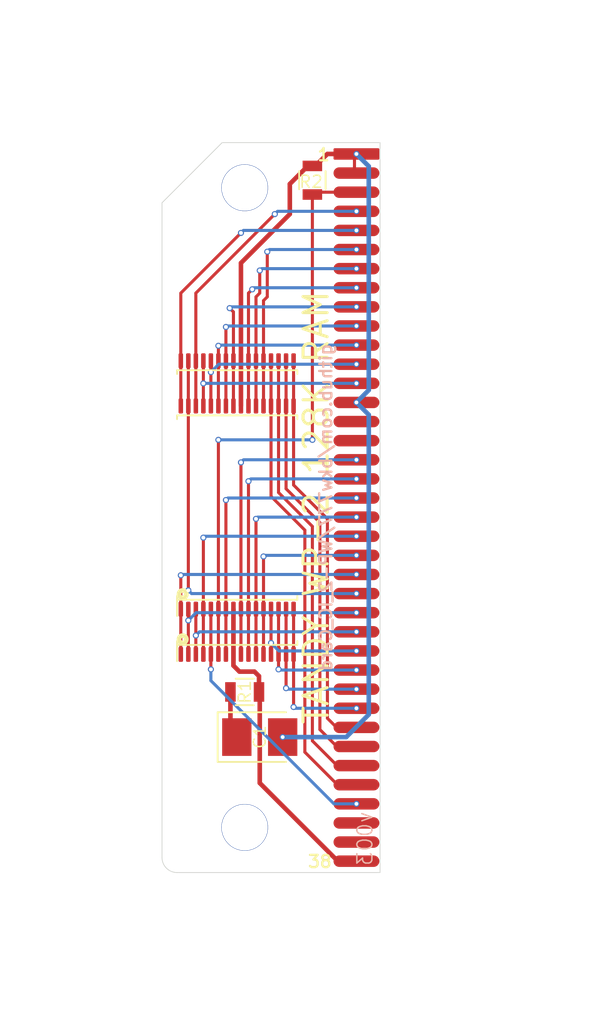
<source format=kicad_pcb>
(kicad_pcb (version 20171130) (host pcbnew 5.1.6-c6e7f7d~87~ubuntu20.04.1)

  (general
    (thickness 0.8)
    (drawings 29)
    (tracks 202)
    (zones 0)
    (modules 8)
    (nets 35)
  )

  (page USLetter)
  (title_block
    (title "WP-2 128K RAM IC-Card")
    (date 2020-09-26)
    (company "Brian K. White - b.kenyon.w@gmail.com")
  )

  (layers
    (0 F.Cu signal)
    (31 B.Cu signal)
    (33 F.Adhes user)
    (35 F.Paste user)
    (36 B.SilkS user)
    (37 F.SilkS user)
    (38 B.Mask user)
    (39 F.Mask user)
    (40 Dwgs.User user)
    (41 Cmts.User user hide)
    (42 Eco1.User user hide)
    (43 Eco2.User user hide)
    (44 Edge.Cuts user)
    (45 Margin user hide)
    (46 B.CrtYd user hide)
    (47 F.CrtYd user hide)
    (49 F.Fab user hide)
  )

  (setup
    (last_trace_width 0.254)
    (user_trace_width 0.1524)
    (user_trace_width 0.1778)
    (user_trace_width 0.2032)
    (user_trace_width 0.3048)
    (user_trace_width 0.508)
    (trace_clearance 0.1524)
    (zone_clearance 0.508)
    (zone_45_only no)
    (trace_min 0.1524)
    (via_size 0.4064)
    (via_drill 0.254)
    (via_min_size 0.4064)
    (via_min_drill 0.254)
    (uvia_size 0.4064)
    (uvia_drill 0.254)
    (uvias_allowed no)
    (uvia_min_size 0.4064)
    (uvia_min_drill 0.254)
    (edge_width 0.05)
    (segment_width 0.2)
    (pcb_text_width 0.3)
    (pcb_text_size 1.5 1.5)
    (mod_edge_width 0.12)
    (mod_text_size 1 1)
    (mod_text_width 0.15)
    (pad_size 0.3 1)
    (pad_drill 0)
    (pad_to_mask_clearance 0)
    (aux_axis_origin 158.75 99.695)
    (grid_origin 158.75 99.695)
    (visible_elements FFFFFF7F)
    (pcbplotparams
      (layerselection 0x010f0_ffffffff)
      (usegerberextensions false)
      (usegerberattributes true)
      (usegerberadvancedattributes true)
      (creategerberjobfile true)
      (excludeedgelayer true)
      (linewidth 0.100000)
      (plotframeref false)
      (viasonmask false)
      (mode 1)
      (useauxorigin false)
      (hpglpennumber 1)
      (hpglpenspeed 20)
      (hpglpendiameter 15.000000)
      (psnegative false)
      (psa4output false)
      (plotreference true)
      (plotvalue true)
      (plotinvisibletext false)
      (padsonsilk false)
      (subtractmaskfromsilk false)
      (outputformat 1)
      (mirror false)
      (drillshape 0)
      (scaleselection 1)
      (outputdirectory "GERBER"))
  )

  (net 0 "")
  (net 1 GND)
  (net 2 /CE2)
  (net 3 /~CE1)
  (net 4 /~OE)
  (net 5 /D0)
  (net 6 /D1)
  (net 7 /D2)
  (net 8 /D3)
  (net 9 /D4)
  (net 10 /D5)
  (net 11 /D6)
  (net 12 /D7)
  (net 13 /A16)
  (net 14 /A15)
  (net 15 /A14)
  (net 16 /A13)
  (net 17 /A12)
  (net 18 /A11)
  (net 19 /A10)
  (net 20 /A9)
  (net 21 /A8)
  (net 22 /A7)
  (net 23 /A6)
  (net 24 /A5)
  (net 25 /A4)
  (net 26 /A3)
  (net 27 /A2)
  (net 28 /A1)
  (net 29 /A0)
  (net 30 /R~W)
  (net 31 VDD)
  (net 32 /~DET)
  (net 33 "Net-(C1-Pad1)")
  (net 34 /A17)

  (net_class Default "This is the default net class."
    (clearance 0.1524)
    (trace_width 0.254)
    (via_dia 0.4064)
    (via_drill 0.254)
    (uvia_dia 0.4064)
    (uvia_drill 0.254)
    (diff_pair_width 0.1524)
    (diff_pair_gap 0.2032)
    (add_net /A0)
    (add_net /A1)
    (add_net /A10)
    (add_net /A11)
    (add_net /A12)
    (add_net /A13)
    (add_net /A14)
    (add_net /A15)
    (add_net /A16)
    (add_net /A17)
    (add_net /A2)
    (add_net /A3)
    (add_net /A4)
    (add_net /A5)
    (add_net /A6)
    (add_net /A7)
    (add_net /A8)
    (add_net /A9)
    (add_net /CE2)
    (add_net /D0)
    (add_net /D1)
    (add_net /D2)
    (add_net /D3)
    (add_net /D4)
    (add_net /D5)
    (add_net /D6)
    (add_net /D7)
    (add_net /R~W)
    (add_net /~CE1)
    (add_net /~DET)
    (add_net /~OE)
    (add_net GND)
    (add_net "Net-(C1-Pad1)")
    (add_net VDD)
  )

  (module 0_LOCAL:Carrier_v003 (layer F.Cu) (tedit 5F767134) (tstamp 5F76679F)
    (at 158.75 99.695)
    (attr virtual)
    (fp_text reference Carrier (at 0 -2 270) (layer Dwgs.User) hide
      (effects (font (size 4 4) (thickness 0.12)))
    )
    (fp_text value Carrier_v003 (at 0 2 270) (layer F.Fab)
      (effects (font (size 4 4) (thickness 0.01)))
    )
    (fp_arc (start -4 22.5) (end -4 23.5) (angle -90) (layer Dwgs.User) (width 0.12))
    (fp_arc (start -5.5 22.5) (end -6.5 22.5) (angle -90) (layer Dwgs.User) (width 0.12))
    (fp_arc (start -12.75 17.75) (end -13.75 17.75) (angle -90) (layer Dwgs.User) (width 0.12))
    (fp_arc (start -4 -22.5) (end -3 -22.5) (angle -90) (layer Dwgs.User) (width 0.12))
    (fp_arc (start -5.5 -22.5) (end -5.5 -23.5) (angle -90) (layer Dwgs.User) (width 0.12))
    (fp_arc (start -12.75 -17.75) (end -12.75 -18.75) (angle -90) (layer Dwgs.User) (width 0.12))
    (fp_arc (start -9 -21.25) (end -9 -18.75) (angle -90) (layer Dwgs.User) (width 0.12))
    (fp_arc (start -9 21.25) (end -6.5 21.25) (angle -90) (layer Dwgs.User) (width 0.12))
    (fp_line (start -3 22.5) (end -3 -22.5) (layer Dwgs.User) (width 0.12))
    (fp_line (start -13.75 -17.75) (end -13.75 17.75) (layer Dwgs.User) (width 0.12))
    (fp_line (start -5.5 23.5) (end -4 23.5) (layer Dwgs.User) (width 0.12))
    (fp_line (start 0 24.25) (end 0 -24.25) (layer Dwgs.User) (width 0.12))
    (fp_line (start -4 -23.5) (end -5.5 -23.5) (layer Dwgs.User) (width 0.12))
    (fp_line (start -12.75 -18.75) (end -9 -18.75) (layer Dwgs.User) (width 0.12))
    (fp_line (start -6.5 -22.5) (end -6.5 -21.25) (layer Dwgs.User) (width 0.12))
    (fp_line (start -6.5 22.5) (end -6.5 21.25) (layer Dwgs.User) (width 0.12))
    (fp_line (start -9 18.75) (end -12.75 18.75) (layer Dwgs.User) (width 0.12))
    (fp_line (start 0 24.25) (end -14.5 24.25) (layer Dwgs.User) (width 0.12))
    (fp_line (start -14.5 24.25) (end -14.5 -20.25) (layer Dwgs.User) (width 0.12))
    (fp_line (start -10.5 -24.25) (end 0 -24.25) (layer Dwgs.User) (width 0.12))
    (fp_line (start -14.5 -20.25) (end -10.5 -24.25) (layer Dwgs.User) (width 0.12))
    (pad "" np_thru_hole circle (at -9 21.25 180) (size 3.1 3.1) (drill 3.05) (layers *.Cu *.Mask))
    (pad "" np_thru_hole circle (at -9 -21.25 180) (size 3.1 3.1) (drill 3.05) (layers *.Cu *.Mask))
    (model /home/bkw/src/WP-2_IC_Card/Carrier/Carrier_v003.step
      (offset (xyz -38.9 -27 -1.6))
      (scale (xyz 1 1 1))
      (rotate (xyz 0 0 0))
    )
  )

  (module 0_LOCAL:R_0805 (layer F.Cu) (tedit 5F75A133) (tstamp 5F752AD5)
    (at 154.25 77.945 270)
    (descr "Resistor SMD 0805, reflow soldering, Vishay (see dcrcw.pdf)")
    (tags "resistor 0805")
    (path /5F9FA366)
    (attr smd)
    (fp_text reference R2 (at 0.1 0.09) (layer F.SilkS)
      (effects (font (size 0.8 0.8) (thickness 0.1)))
    )
    (fp_text value 47K (at 0 1.75 90) (layer F.Fab)
      (effects (font (size 1 1) (thickness 0.15)))
    )
    (fp_line (start -1 0.62) (end -1 -0.62) (layer F.Fab) (width 0.1))
    (fp_line (start 1 0.62) (end -1 0.62) (layer F.Fab) (width 0.1))
    (fp_line (start 1 -0.62) (end 1 0.62) (layer F.Fab) (width 0.1))
    (fp_line (start -1 -0.62) (end 1 -0.62) (layer F.Fab) (width 0.1))
    (fp_line (start 0.6 0.88) (end -0.6 0.88) (layer F.SilkS) (width 0.12))
    (fp_line (start -0.6 -0.88) (end 0.6 -0.88) (layer F.SilkS) (width 0.12))
    (fp_line (start -1.55 -0.9) (end 1.55 -0.9) (layer F.CrtYd) (width 0.05))
    (fp_line (start -1.55 -0.9) (end -1.55 0.9) (layer F.CrtYd) (width 0.05))
    (fp_line (start 1.55 0.9) (end 1.55 -0.9) (layer F.CrtYd) (width 0.05))
    (fp_line (start 1.55 0.9) (end -1.55 0.9) (layer F.CrtYd) (width 0.05))
    (fp_text user %R (at 0 0 90) (layer F.Fab)
      (effects (font (size 0.5 0.5) (thickness 0.075)))
    )
    (pad 1 smd rect (at -0.95 0 270) (size 0.7 1.3) (layers F.Cu F.Paste F.Mask)
      (net 1 GND))
    (pad 2 smd rect (at 0.95 0 270) (size 0.7 1.3) (layers F.Cu F.Paste F.Mask)
      (net 2 /CE2))
    (model ${KIPRJMOD}/3d/R_0805_2012Metric.step
      (at (xyz 0 0 0))
      (scale (xyz 1 1 1))
      (rotate (xyz 0 0 0))
    )
  )

  (module 0_LOCAL:R_0805 (layer F.Cu) (tedit 5F75A133) (tstamp 5F752ACC)
    (at 149.75 111.945 180)
    (descr "Resistor SMD 0805, reflow soldering, Vishay (see dcrcw.pdf)")
    (tags "resistor 0805")
    (path /5F805237)
    (attr smd)
    (fp_text reference R1 (at 0 0 90) (layer F.SilkS)
      (effects (font (size 0.8 0.8) (thickness 0.1)))
    )
    (fp_text value 4.7K (at 0 1.75) (layer F.Fab)
      (effects (font (size 1 1) (thickness 0.15)))
    )
    (fp_line (start -1 0.62) (end -1 -0.62) (layer F.Fab) (width 0.1))
    (fp_line (start 1 0.62) (end -1 0.62) (layer F.Fab) (width 0.1))
    (fp_line (start 1 -0.62) (end 1 0.62) (layer F.Fab) (width 0.1))
    (fp_line (start -1 -0.62) (end 1 -0.62) (layer F.Fab) (width 0.1))
    (fp_line (start 0.6 0.88) (end -0.6 0.88) (layer F.SilkS) (width 0.12))
    (fp_line (start -0.6 -0.88) (end 0.6 -0.88) (layer F.SilkS) (width 0.12))
    (fp_line (start -1.55 -0.9) (end 1.55 -0.9) (layer F.CrtYd) (width 0.05))
    (fp_line (start -1.55 -0.9) (end -1.55 0.9) (layer F.CrtYd) (width 0.05))
    (fp_line (start 1.55 0.9) (end 1.55 -0.9) (layer F.CrtYd) (width 0.05))
    (fp_line (start 1.55 0.9) (end -1.55 0.9) (layer F.CrtYd) (width 0.05))
    (fp_text user %R (at 0 0) (layer F.Fab)
      (effects (font (size 0.5 0.5) (thickness 0.075)))
    )
    (pad 1 smd rect (at -0.95 0 180) (size 0.7 1.3) (layers F.Cu F.Paste F.Mask)
      (net 31 VDD))
    (pad 2 smd rect (at 0.95 0 180) (size 0.7 1.3) (layers F.Cu F.Paste F.Mask)
      (net 33 "Net-(C1-Pad1)"))
    (model ${KIPRJMOD}/3d/R_0805_2012Metric.step
      (at (xyz 0 0 0))
      (scale (xyz 1 1 1))
      (rotate (xyz 0 0 0))
    )
  )

  (module 0_LOCAL:CP_Tantalum_Case-B_EIA-3528-21_Reflow (layer F.Cu) (tedit 5F759FEC) (tstamp 5F75A301)
    (at 150.75 114.945)
    (descr "Tantalum capacitor, Case B, EIA 3528-21, 3.5x2.8x1.9mm, Reflow soldering footprint")
    (tags "capacitor tantalum smd")
    (path /5F7F0020)
    (attr smd)
    (fp_text reference C1 (at 0 0 90 unlocked) (layer F.SilkS)
      (effects (font (size 0.8 0.8) (thickness 0.1)))
    )
    (fp_text value 220uf (at 0 3.15 180) (layer F.Fab)
      (effects (font (size 1 1) (thickness 0.15)))
    )
    (fp_line (start -2.85 -1.75) (end -2.85 1.75) (layer F.CrtYd) (width 0.05))
    (fp_line (start -2.85 1.75) (end 2.85 1.75) (layer F.CrtYd) (width 0.05))
    (fp_line (start 2.85 1.75) (end 2.85 -1.75) (layer F.CrtYd) (width 0.05))
    (fp_line (start 2.85 -1.75) (end -2.85 -1.75) (layer F.CrtYd) (width 0.05))
    (fp_line (start -1.75 -1.4) (end -1.75 1.4) (layer F.Fab) (width 0.1))
    (fp_line (start -1.75 1.4) (end 1.75 1.4) (layer F.Fab) (width 0.1))
    (fp_line (start 1.75 1.4) (end 1.75 -1.4) (layer F.Fab) (width 0.1))
    (fp_line (start 1.75 -1.4) (end -1.75 -1.4) (layer F.Fab) (width 0.1))
    (fp_line (start -1.4 -1.4) (end -1.4 1.4) (layer F.Fab) (width 0.1))
    (fp_line (start -1.225 -1.4) (end -1.225 1.4) (layer F.Fab) (width 0.1))
    (fp_line (start -2.8 -1.65) (end 1.75 -1.65) (layer F.SilkS) (width 0.12))
    (fp_line (start -2.8 1.65) (end 1.75 1.65) (layer F.SilkS) (width 0.12))
    (fp_line (start -2.8 -1.65) (end -2.8 1.65) (layer F.SilkS) (width 0.12))
    (fp_text user %R (at 0 0 180) (layer F.Fab)
      (effects (font (size 0.8 0.8) (thickness 0.12)))
    )
    (pad 1 smd rect (at -1.525 0) (size 1.95 2.5) (layers F.Cu F.Paste F.Mask)
      (net 33 "Net-(C1-Pad1)"))
    (pad 2 smd rect (at 1.525 0) (size 1.95 2.5) (layers F.Cu F.Paste F.Mask)
      (net 1 GND))
    (model ${KIPRJMOD}/3d/TLNT_AVX.step
      (at (xyz 0 0 0))
      (scale (xyz 1 1 1))
      (rotate (xyz 0 0 0))
    )
  )

  (module 0_LOCAL:PinSocket_1x38x1.27_edge_s (layer F.Cu) (tedit 5F74B131) (tstamp 5F74043C)
    (at 158.75 99.695)
    (descr "Through hole straight socket strip, 1x38, 1.27mm pitch, single row")
    (tags "Through hole socket strip THT 1x38 1.27mm single row")
    (path /5F6EF0A3)
    (attr smd)
    (fp_text reference J1 (at -2.8956 4.4196 -90) (layer F.SilkS) hide
      (effects (font (size 1 1) (thickness 0.15)))
    )
    (fp_text value Conn_01x38_Female (at -2.921 23.114 -90) (layer F.Fab)
      (effects (font (size 1 1) (thickness 0.15)))
    )
    (fp_line (start 3.302 -24.13) (end 3.302 24.13) (layer F.Fab) (width 0.1))
    (fp_line (start 0 24.13) (end 3.302 24.13) (layer F.Fab) (width 0.1))
    (fp_line (start 0 24.13) (end 0 -24.13) (layer F.Fab) (width 0.1))
    (fp_line (start 3.302 -24.13) (end 0 -24.13) (layer F.Fab) (width 0.1))
    (fp_line (start -3.221 -24.13) (end -3.221 24.13) (layer F.CrtYd) (width 0.05))
    (fp_line (start -3.221 24.13) (end 0 24.13) (layer F.CrtYd) (width 0.05))
    (fp_line (start 0 24.13) (end 0 -24.13) (layer F.CrtYd) (width 0.05))
    (fp_line (start 0 -24.13) (end -3.221 -24.13) (layer F.CrtYd) (width 0.05))
    (fp_text user %R (at 0 -1.695) (layer F.Fab)
      (effects (font (size 1 1) (thickness 0.15)))
    )
    (pad 1 smd roundrect (at -1.57 -23.495) (size 3.048 0.762) (layers F.Cu F.Paste F.Mask) (roundrect_rratio 0.1)
      (net 1 GND))
    (pad 2 smd oval (at -1.57 -22.225) (size 3.048 0.762) (layers F.Cu F.Paste F.Mask)
      (net 32 /~DET))
    (pad 3 smd oval (at -1.57 -20.955) (size 3.048 0.762) (layers F.Cu F.Paste F.Mask)
      (net 2 /CE2))
    (pad 4 smd oval (at -1.57 -19.685) (size 3.048 0.762) (layers F.Cu F.Paste F.Mask)
      (net 3 /~CE1))
    (pad 5 smd oval (at -1.57 -18.415) (size 3.048 0.762) (layers F.Cu F.Paste F.Mask)
      (net 4 /~OE))
    (pad 6 smd oval (at -1.57 -17.145) (size 3.048 0.762) (layers F.Cu F.Paste F.Mask)
      (net 5 /D0))
    (pad 7 smd oval (at -1.57 -15.875) (size 3.048 0.762) (layers F.Cu F.Paste F.Mask)
      (net 6 /D1))
    (pad 8 smd oval (at -1.57 -14.605) (size 3.048 0.762) (layers F.Cu F.Paste F.Mask)
      (net 7 /D2))
    (pad 9 smd oval (at -1.57 -13.335) (size 3.048 0.762) (layers F.Cu F.Paste F.Mask)
      (net 8 /D3))
    (pad 10 smd oval (at -1.57 -12.065) (size 3.048 0.762) (layers F.Cu F.Paste F.Mask)
      (net 9 /D4))
    (pad 11 smd oval (at -1.57 -10.795) (size 3.048 0.762) (layers F.Cu F.Paste F.Mask)
      (net 10 /D5))
    (pad 12 smd oval (at -1.57 -9.525) (size 3.048 0.762) (layers F.Cu F.Paste F.Mask)
      (net 11 /D6))
    (pad 13 smd oval (at -1.57 -8.255) (size 3.048 0.762) (layers F.Cu F.Paste F.Mask)
      (net 12 /D7))
    (pad 14 smd oval (at -1.57 -6.985) (size 3.048 0.762) (layers F.Cu F.Paste F.Mask)
      (net 1 GND))
    (pad 15 smd oval (at -1.57 -5.715) (size 3.048 0.762) (layers F.Cu F.Paste F.Mask))
    (pad 16 smd oval (at -1.57 -4.445) (size 3.048 0.762) (layers F.Cu F.Paste F.Mask))
    (pad 17 smd oval (at -1.57 -3.175) (size 3.048 0.762) (layers F.Cu F.Paste F.Mask)
      (net 34 /A17))
    (pad 18 smd oval (at -1.57 -1.905) (size 3.048 0.762) (layers F.Cu F.Paste F.Mask)
      (net 13 /A16))
    (pad 19 smd oval (at -1.57 -0.635) (size 3.048 0.762) (layers F.Cu F.Paste F.Mask)
      (net 14 /A15))
    (pad 20 smd oval (at -1.57 0.635) (size 3.048 0.762) (layers F.Cu F.Paste F.Mask)
      (net 15 /A14))
    (pad 21 smd oval (at -1.57 1.905) (size 3.048 0.762) (layers F.Cu F.Paste F.Mask)
      (net 16 /A13))
    (pad 22 smd oval (at -1.57 3.175) (size 3.048 0.762) (layers F.Cu F.Paste F.Mask)
      (net 17 /A12))
    (pad 23 smd oval (at -1.57 4.445) (size 3.048 0.762) (layers F.Cu F.Paste F.Mask)
      (net 18 /A11))
    (pad 24 smd oval (at -1.57 5.715) (size 3.048 0.762) (layers F.Cu F.Paste F.Mask)
      (net 19 /A10))
    (pad 25 smd oval (at -1.57 6.985) (size 3.048 0.762) (layers F.Cu F.Paste F.Mask)
      (net 20 /A9))
    (pad 26 smd oval (at -1.57 8.255) (size 3.048 0.762) (layers F.Cu F.Paste F.Mask)
      (net 21 /A8))
    (pad 27 smd oval (at -1.57 9.525) (size 3.048 0.762) (layers F.Cu F.Paste F.Mask)
      (net 22 /A7))
    (pad 28 smd oval (at -1.57 10.795) (size 3.048 0.762) (layers F.Cu F.Paste F.Mask)
      (net 23 /A6))
    (pad 29 smd oval (at -1.57 12.065) (size 3.048 0.762) (layers F.Cu F.Paste F.Mask)
      (net 24 /A5))
    (pad 30 smd oval (at -1.57 13.335) (size 3.048 0.762) (layers F.Cu F.Paste F.Mask)
      (net 25 /A4))
    (pad 31 smd oval (at -1.57 14.605) (size 3.048 0.762) (layers F.Cu F.Paste F.Mask)
      (net 26 /A3))
    (pad 32 smd oval (at -1.57 15.875) (size 3.048 0.762) (layers F.Cu F.Paste F.Mask)
      (net 27 /A2))
    (pad 33 smd oval (at -1.57 17.145) (size 3.048 0.762) (layers F.Cu F.Paste F.Mask)
      (net 28 /A1))
    (pad 34 smd oval (at -1.57 18.415) (size 3.048 0.762) (layers F.Cu F.Paste F.Mask)
      (net 29 /A0))
    (pad 35 smd oval (at -1.57 19.685) (size 3.048 0.762) (layers F.Cu F.Paste F.Mask)
      (net 30 /R~W))
    (pad 36 smd oval (at -1.57 20.955) (size 3.048 0.762) (layers F.Cu F.Paste F.Mask))
    (pad 37 smd oval (at -1.57 22.225) (size 3.048 0.762) (layers F.Cu F.Paste F.Mask))
    (pad 38 smd oval (at -1.57 23.495) (size 3.048 0.762) (layers F.Cu F.Paste F.Mask)
      (net 31 VDD))
    (model ${KIPRJMOD}/3d/PinSocket_1x38_P1.27mm_Vertical.step
      (offset (xyz 0 23.495 0.1))
      (scale (xyz 1 1 1))
      (rotate (xyz 0 -90 0))
    )
  )

  (module 0_LOCAL:Net_Tie_2p_8mil (layer F.Cu) (tedit 5F70D483) (tstamp 5F712C2A)
    (at 157.05 76.835 270)
    (path /5F8923B3)
    (fp_text reference NT1 (at 0 1.016 90) (layer F.SilkS) hide
      (effects (font (size 0.508 0.508) (thickness 0.1016)))
    )
    (fp_text value Net-Tie_2 (at 0 -2 90) (layer F.Fab) hide
      (effects (font (size 1 1) (thickness 0.01)))
    )
    (fp_line (start -0.2032 0) (end 0.2032 0) (layer F.Cu) (width 0.2032))
    (pad 2 smd circle (at 0.2032 0 270) (size 0.2032 0.2032) (layers F.Cu)
      (net 32 /~DET))
    (pad 1 smd circle (at -0.2032 0 270) (size 0.2032 0.2032) (layers F.Cu)
      (net 1 GND))
  )

  (module 0_LOCAL:TSOP32-20mm (layer F.Cu) (tedit 5F70AFE8) (tstamp 5F755D97)
    (at 149.25 99.695)
    (descr "Module CMS TSOP 32 pins")
    (tags "CMS TSOP")
    (path /5F718069)
    (attr smd)
    (fp_text reference U1 (at 0.009 8.382 180) (layer F.SilkS) hide
      (effects (font (size 1 1) (thickness 0.15)))
    )
    (fp_text value "SRAM 128Kx8 5v Parallel" (at 0 5) (layer F.Fab)
      (effects (font (size 1 1) (thickness 0.15)))
    )
    (fp_circle (center -3.625 8.75) (end -3.525 8.75) (layer F.SilkS) (width 0.3))
    (fp_line (start -4 9.125) (end 4 9.125) (layer F.SilkS) (width 0.12))
    (fp_line (start 4 -9.125) (end -4 -9.125) (layer F.SilkS) (width 0.12))
    (fp_line (start -4 10.2) (end -4 8.875) (layer F.SilkS) (width 0.12))
    (fp_line (start 4 9.125) (end 4 8.875) (layer F.SilkS) (width 0.12))
    (fp_line (start -4 -9.125) (end -4 -8.875) (layer F.SilkS) (width 0.12))
    (fp_line (start 4 -9.125) (end 4 -8.875) (layer F.SilkS) (width 0.12))
    (fp_text user %R (at 0 0) (layer F.Fab)
      (effects (font (size 1 1) (thickness 0.15)))
    )
    (pad 1 smd roundrect (at -3.75 9.75) (size 0.3 1) (layers F.Cu F.Paste F.Mask) (roundrect_rratio 0.25)
      (net 18 /A11))
    (pad 2 smd roundrect (at -3.25 9.75) (size 0.3 1) (layers F.Cu F.Paste F.Mask) (roundrect_rratio 0.25)
      (net 20 /A9))
    (pad 3 smd roundrect (at -2.75 9.75) (size 0.3 1) (layers F.Cu F.Paste F.Mask) (roundrect_rratio 0.25)
      (net 21 /A8))
    (pad 4 smd roundrect (at -2.25 9.75) (size 0.3 1) (layers F.Cu F.Paste F.Mask) (roundrect_rratio 0.25)
      (net 16 /A13))
    (pad 5 smd roundrect (at -1.75 9.75) (size 0.3 1) (layers F.Cu F.Paste F.Mask) (roundrect_rratio 0.25)
      (net 30 /R~W))
    (pad 6 smd roundrect (at -1.25 9.75) (size 0.3 1) (layers F.Cu F.Paste F.Mask) (roundrect_rratio 0.25)
      (net 2 /CE2))
    (pad 7 smd roundrect (at -0.75 9.75) (size 0.3 1) (layers F.Cu F.Paste F.Mask) (roundrect_rratio 0.25)
      (net 14 /A15))
    (pad 8 smd roundrect (at -0.25 9.75) (size 0.3 1) (layers F.Cu F.Paste F.Mask) (roundrect_rratio 0.25)
      (net 31 VDD))
    (pad 9 smd roundrect (at 0.25 9.75) (size 0.3 1) (layers F.Cu F.Paste F.Mask) (roundrect_rratio 0.25)
      (net 34 /A17))
    (pad 10 smd roundrect (at 0.75 9.75) (size 0.3 1) (layers F.Cu F.Paste F.Mask) (roundrect_rratio 0.25)
      (net 13 /A16))
    (pad 11 smd roundrect (at 1.25 9.75) (size 0.3 1) (layers F.Cu F.Paste F.Mask) (roundrect_rratio 0.25)
      (net 15 /A14))
    (pad 12 smd roundrect (at 1.75 9.75) (size 0.3 1) (layers F.Cu F.Paste F.Mask) (roundrect_rratio 0.25)
      (net 17 /A12))
    (pad 13 smd roundrect (at 2.25 9.75) (size 0.3 1) (layers F.Cu F.Paste F.Mask) (roundrect_rratio 0.25)
      (net 22 /A7))
    (pad 14 smd roundrect (at 2.75 9.75) (size 0.3 1) (layers F.Cu F.Paste F.Mask) (roundrect_rratio 0.25)
      (net 23 /A6))
    (pad 15 smd roundrect (at 3.25 9.75) (size 0.3 1) (layers F.Cu F.Paste F.Mask) (roundrect_rratio 0.25)
      (net 24 /A5))
    (pad 16 smd roundrect (at 3.75 9.75) (size 0.3 1) (layers F.Cu F.Paste F.Mask) (roundrect_rratio 0.25)
      (net 25 /A4))
    (pad 17 smd roundrect (at 3.75 -9.75) (size 0.3 1) (layers F.Cu F.Paste F.Mask) (roundrect_rratio 0.25)
      (net 26 /A3))
    (pad 18 smd roundrect (at 3.25 -9.75) (size 0.3 1) (layers F.Cu F.Paste F.Mask) (roundrect_rratio 0.25)
      (net 27 /A2))
    (pad 19 smd roundrect (at 2.75 -9.75) (size 0.3 1) (layers F.Cu F.Paste F.Mask) (roundrect_rratio 0.25)
      (net 28 /A1))
    (pad 20 smd roundrect (at 2.25 -9.75) (size 0.3 1) (layers F.Cu F.Paste F.Mask) (roundrect_rratio 0.25)
      (net 29 /A0))
    (pad 21 smd roundrect (at 1.75 -9.75) (size 0.3 1) (layers F.Cu F.Paste F.Mask) (roundrect_rratio 0.25)
      (net 5 /D0))
    (pad 22 smd roundrect (at 1.25 -9.75) (size 0.3 1) (layers F.Cu F.Paste F.Mask) (roundrect_rratio 0.25)
      (net 6 /D1))
    (pad 23 smd roundrect (at 0.75 -9.75) (size 0.3 1) (layers F.Cu F.Paste F.Mask) (roundrect_rratio 0.25)
      (net 7 /D2))
    (pad 24 smd roundrect (at 0.25 -9.75) (size 0.3 1) (layers F.Cu F.Paste F.Mask) (roundrect_rratio 0.25)
      (net 1 GND))
    (pad 25 smd roundrect (at -0.25 -9.75) (size 0.3 1) (layers F.Cu F.Paste F.Mask) (roundrect_rratio 0.25)
      (net 8 /D3))
    (pad 26 smd roundrect (at -0.75 -9.75) (size 0.3 1) (layers F.Cu F.Paste F.Mask) (roundrect_rratio 0.25)
      (net 9 /D4))
    (pad 27 smd roundrect (at -1.25 -9.75) (size 0.3 1) (layers F.Cu F.Paste F.Mask) (roundrect_rratio 0.25)
      (net 10 /D5))
    (pad 28 smd roundrect (at -1.75 -9.75) (size 0.3 1) (layers F.Cu F.Paste F.Mask) (roundrect_rratio 0.25)
      (net 11 /D6))
    (pad 29 smd roundrect (at -2.25 -9.75) (size 0.3 1) (layers F.Cu F.Paste F.Mask) (roundrect_rratio 0.25)
      (net 12 /D7))
    (pad 30 smd roundrect (at -2.75 -9.75) (size 0.3 1) (layers F.Cu F.Paste F.Mask) (roundrect_rratio 0.25)
      (net 3 /~CE1))
    (pad 31 smd roundrect (at -3.25 -9.75) (size 0.3 1) (layers F.Cu F.Paste F.Mask) (roundrect_rratio 0.25)
      (net 19 /A10))
    (pad 32 smd roundrect (at -3.75 -9.75) (size 0.3 1) (layers F.Cu F.Paste F.Mask) (roundrect_rratio 0.25)
      (net 4 /~OE))
    (model ${KIPRJMOD}/3d/TSOP32_8X20.step
      (at (xyz 0 0 0))
      (scale (xyz 1 1 1))
      (rotate (xyz 0 0 -90))
    )
  )

  (module 0_LOCAL:TSOP32-14mm (layer F.Cu) (tedit 5F70AFD9) (tstamp 5F712C60)
    (at 149.25 99.695)
    (descr "Module CMS TSOP 32 pins")
    (tags "CMS TSOP")
    (path /5F906116)
    (attr smd)
    (fp_text reference U2 (at 0 5.334 180) (layer F.SilkS) hide
      (effects (font (size 1 1) (thickness 0.15)))
    )
    (fp_text value "SRAM 128Kx8 5v Parallel" (at 1.27 0 90) (layer F.Fab)
      (effects (font (size 1 1) (thickness 0.15)))
    )
    (fp_circle (center -3.625 5.75) (end -3.525 5.75) (layer F.SilkS) (width 0.3))
    (fp_line (start -4 6.125) (end 4 6.125) (layer F.SilkS) (width 0.12))
    (fp_line (start 4 -6.125) (end -4 -6.125) (layer F.SilkS) (width 0.12))
    (fp_line (start -4 7.2) (end -4 5.875) (layer F.SilkS) (width 0.12))
    (fp_line (start 4 6.125) (end 4 5.875) (layer F.SilkS) (width 0.12))
    (fp_line (start -4 -6.125) (end -4 -5.875) (layer F.SilkS) (width 0.12))
    (fp_line (start 4 -6.125) (end 4 -5.875) (layer F.SilkS) (width 0.12))
    (pad 1 smd roundrect (at -3.75 6.75) (size 0.3 1) (layers F.Cu F.Paste F.Mask) (roundrect_rratio 0.25)
      (net 18 /A11))
    (pad 2 smd roundrect (at -3.25 6.75) (size 0.3 1) (layers F.Cu F.Paste F.Mask) (roundrect_rratio 0.25)
      (net 20 /A9))
    (pad 3 smd roundrect (at -2.75 6.75) (size 0.3 1) (layers F.Cu F.Paste F.Mask) (roundrect_rratio 0.25)
      (net 21 /A8))
    (pad 4 smd roundrect (at -2.25 6.75) (size 0.3 1) (layers F.Cu F.Paste F.Mask) (roundrect_rratio 0.25)
      (net 16 /A13))
    (pad 5 smd roundrect (at -1.75 6.75) (size 0.3 1) (layers F.Cu F.Paste F.Mask) (roundrect_rratio 0.25)
      (net 30 /R~W))
    (pad 6 smd roundrect (at -1.25 6.75) (size 0.3 1) (layers F.Cu F.Paste F.Mask) (roundrect_rratio 0.25)
      (net 2 /CE2))
    (pad 7 smd roundrect (at -0.75 6.75) (size 0.3 1) (layers F.Cu F.Paste F.Mask) (roundrect_rratio 0.25)
      (net 14 /A15))
    (pad 8 smd roundrect (at -0.25 6.75) (size 0.3 1) (layers F.Cu F.Paste F.Mask) (roundrect_rratio 0.25)
      (net 31 VDD))
    (pad 9 smd roundrect (at 0.25 6.75) (size 0.3 1) (layers F.Cu F.Paste F.Mask) (roundrect_rratio 0.25)
      (net 34 /A17))
    (pad 10 smd roundrect (at 0.75 6.75) (size 0.3 1) (layers F.Cu F.Paste F.Mask) (roundrect_rratio 0.25)
      (net 13 /A16))
    (pad 11 smd roundrect (at 1.25 6.75) (size 0.3 1) (layers F.Cu F.Paste F.Mask) (roundrect_rratio 0.25)
      (net 15 /A14))
    (pad 12 smd roundrect (at 1.75 6.75) (size 0.3 1) (layers F.Cu F.Paste F.Mask) (roundrect_rratio 0.25)
      (net 17 /A12))
    (pad 13 smd roundrect (at 2.25 6.75) (size 0.3 1) (layers F.Cu F.Paste F.Mask) (roundrect_rratio 0.25)
      (net 22 /A7))
    (pad 14 smd roundrect (at 2.75 6.75) (size 0.3 1) (layers F.Cu F.Paste F.Mask) (roundrect_rratio 0.25)
      (net 23 /A6))
    (pad 15 smd roundrect (at 3.25 6.75) (size 0.3 1) (layers F.Cu F.Paste F.Mask) (roundrect_rratio 0.25)
      (net 24 /A5))
    (pad 16 smd roundrect (at 3.75 6.75) (size 0.3 1) (layers F.Cu F.Paste F.Mask) (roundrect_rratio 0.25)
      (net 25 /A4))
    (pad 17 smd roundrect (at 3.75 -6.75) (size 0.3 1) (layers F.Cu F.Paste F.Mask) (roundrect_rratio 0.25)
      (net 26 /A3))
    (pad 18 smd roundrect (at 3.25 -6.75) (size 0.3 1) (layers F.Cu F.Paste F.Mask) (roundrect_rratio 0.25)
      (net 27 /A2))
    (pad 19 smd roundrect (at 2.75 -6.75) (size 0.3 1) (layers F.Cu F.Paste F.Mask) (roundrect_rratio 0.25)
      (net 28 /A1))
    (pad 20 smd roundrect (at 2.25 -6.75) (size 0.3 1) (layers F.Cu F.Paste F.Mask) (roundrect_rratio 0.25)
      (net 29 /A0))
    (pad 21 smd roundrect (at 1.75 -6.75) (size 0.3 1) (layers F.Cu F.Paste F.Mask) (roundrect_rratio 0.25)
      (net 5 /D0))
    (pad 22 smd roundrect (at 1.25 -6.75) (size 0.3 1) (layers F.Cu F.Paste F.Mask) (roundrect_rratio 0.25)
      (net 6 /D1))
    (pad 23 smd roundrect (at 0.75 -6.75) (size 0.3 1) (layers F.Cu F.Paste F.Mask) (roundrect_rratio 0.25)
      (net 7 /D2))
    (pad 24 smd roundrect (at 0.25 -6.75) (size 0.3 1) (layers F.Cu F.Paste F.Mask) (roundrect_rratio 0.25)
      (net 1 GND))
    (pad 25 smd roundrect (at -0.25 -6.75) (size 0.3 1) (layers F.Cu F.Paste F.Mask) (roundrect_rratio 0.25)
      (net 8 /D3))
    (pad 26 smd roundrect (at -0.75 -6.75) (size 0.3 1) (layers F.Cu F.Paste F.Mask) (roundrect_rratio 0.25)
      (net 9 /D4))
    (pad 27 smd roundrect (at -1.25 -6.75) (size 0.3 1) (layers F.Cu F.Paste F.Mask) (roundrect_rratio 0.25)
      (net 10 /D5))
    (pad 28 smd roundrect (at -1.75 -6.75) (size 0.3 1) (layers F.Cu F.Paste F.Mask) (roundrect_rratio 0.25)
      (net 11 /D6))
    (pad 29 smd roundrect (at -2.25 -6.75) (size 0.3 1) (layers F.Cu F.Paste F.Mask) (roundrect_rratio 0.25)
      (net 12 /D7))
    (pad 30 smd roundrect (at -2.75 -6.75) (size 0.3 1) (layers F.Cu F.Paste F.Mask) (roundrect_rratio 0.25)
      (net 3 /~CE1))
    (pad 31 smd roundrect (at -3.25 -6.75) (size 0.3 1) (layers F.Cu F.Paste F.Mask) (roundrect_rratio 0.25)
      (net 19 /A10))
    (pad 32 smd roundrect (at -3.75 -6.75) (size 0.3 1) (layers F.Cu F.Paste F.Mask) (roundrect_rratio 0.25)
      (net 4 /~OE))
    (model ${KIPRJMOD}/3d/TSOP32_8x14.step_x
      (at (xyz 0 0 0))
      (scale (xyz 1 1 1))
      (rotate (xyz 0 0 -90))
    )
  )

  (gr_arc (start 145.25 122.945) (end 144.25 122.945) (angle -90) (layer Edge.Cuts) (width 0.05))
  (gr_line (start 144.25 79.445) (end 148.25 75.445) (layer Edge.Cuts) (width 0.05))
  (gr_line (start 158.75 123.945) (end 158.75 75.445) (layer Edge.Cuts) (width 0.05) (tstamp 5F759583))
  (gr_line (start 145.25 123.945) (end 158.75 123.945) (layer Edge.Cuts) (width 0.05))
  (gr_line (start 144.25 79.445) (end 144.25 122.945) (layer Edge.Cuts) (width 0.05))
  (gr_line (start 158.75 75.445) (end 148.25 75.445) (layer Edge.Cuts) (width 0.05))
  (gr_text WP-2 (at 135 99.695 90) (layer Dwgs.User) (tstamp 5F76323E)
    (effects (font (size 1 1) (thickness 0.15)))
  )
  (gr_text WP-2 (at 135 129.695 90) (layer Dwgs.User) (tstamp 5F763237)
    (effects (font (size 1 1) (thickness 0.15)))
  )
  (gr_text v003 (at 157.75 121.695 -270) (layer B.SilkS)
    (effects (font (size 1 1) (thickness 0.1)) (justify mirror))
  )
  (gr_line (start 155.75 125.395) (end 164.95 125.395) (layer Dwgs.User) (width 0.05))
  (gr_line (start 155.75 126.795) (end 155.75 125.395) (layer Dwgs.User) (width 0.05))
  (gr_line (start 155.75 126.795) (end 133.5 126.795) (layer Dwgs.User) (width 0.05))
  (gr_line (start 164.95 72.595) (end 164.95 125.395) (layer Dwgs.User) (width 0.05))
  (gr_line (start 133.5 72.595) (end 164.95 72.595) (layer Dwgs.User) (width 0.05))
  (gr_line (start 158.75 75.565) (end 158.75 123.825) (layer Dwgs.User) (width 0.15) (tstamp 5F73AAD6))
  (gr_line (start 163.15 75.565) (end 158.75 75.565) (layer Dwgs.User) (width 0.15))
  (gr_line (start 165.8232 76.2) (end 166.0772 75.946) (layer Dwgs.User) (width 0.15) (tstamp 5F7131A0))
  (gr_line (start 165.8232 76.2) (end 166.0772 76.454) (layer Dwgs.User) (width 0.15) (tstamp 5F71319F))
  (gr_line (start 165.8232 76.2) (end 167.7536 76.2) (layer Dwgs.User) (width 0.15) (tstamp 5F71319E))
  (gr_line (start 163.15 123.825) (end 163.15 75.565) (layer Dwgs.User) (width 0.15))
  (gr_line (start 158.75 123.825) (end 163.15 123.825) (layer Dwgs.User) (width 0.15) (tstamp 5F74BD0E))
  (gr_text "Pins 6.0mm" (at 170.6492 76.2) (layer Dwgs.User)
    (effects (font (size 0.6 0.6) (thickness 0.06)))
  )
  (gr_line (start 164.75 76.195) (end 159.05 76.195) (layer Dwgs.User) (width 0.4))
  (gr_text WP-2 (at 135 69.445 90) (layer Dwgs.User)
    (effects (font (size 1 1) (thickness 0.15)))
  )
  (gr_line (start 133.5 65.995) (end 133.5 133.995) (layer Dwgs.User) (width 0.05))
  (gr_text 38 (at 154.75 123.2154) (layer F.SilkS) (tstamp 5F712A00)
    (effects (font (size 0.8128 0.8128) (thickness 0.1524)))
  )
  (gr_text 1 (at 154.9948 76.2508) (layer F.SilkS) (tstamp 5F7129FD)
    (effects (font (size 0.8128 0.8128) (thickness 0.1524)))
  )
  (gr_text github.com/bkw777/WP-2_IC_Card (at 155.145 99.695 -270) (layer B.SilkS) (tstamp 5F7129FA)
    (effects (font (size 0.8128 0.8128) (thickness 0.1524)) (justify mirror))
  )
  (gr_text "TANDY WP-2 128K RAM" (at 154.5 99.695 -270) (layer F.SilkS) (tstamp 5F7129F7)
    (effects (font (size 1.6 1.6) (thickness 0.2)))
  )

  (segment (start 157.05 76.33) (end 157.18 76.2) (width 0.2032) (layer F.Cu) (net 1))
  (segment (start 157.05 76.6318) (end 157.05 76.33) (width 0.2032) (layer F.Cu) (net 1))
  (via (at 157.18 92.71) (size 0.4064) (drill 0.254) (layers F.Cu B.Cu) (net 1))
  (segment (start 154.45 76.995) (end 154.25 76.995) (width 0.3048) (layer F.Cu) (net 1))
  (segment (start 155.245 76.2) (end 154.45 76.995) (width 0.3048) (layer F.Cu) (net 1))
  (segment (start 157.18 76.2) (end 155.245 76.2) (width 0.3048) (layer F.Cu) (net 1))
  (via (at 157.18 76.2) (size 0.4064) (drill 0.254) (layers F.Cu B.Cu) (net 1))
  (segment (start 158 91.89) (end 157.18 92.71) (width 0.3048) (layer B.Cu) (net 1))
  (segment (start 158 77.02) (end 158 91.89) (width 0.3048) (layer B.Cu) (net 1))
  (segment (start 157.18 76.2) (end 158 77.02) (width 0.3048) (layer B.Cu) (net 1))
  (segment (start 149.5 83.445) (end 149.5 92.945) (width 0.3048) (layer F.Cu) (net 1))
  (segment (start 152.75 80.195) (end 149.5 83.445) (width 0.3048) (layer F.Cu) (net 1))
  (segment (start 152.75 78.195) (end 152.75 80.195) (width 0.3048) (layer F.Cu) (net 1))
  (segment (start 153.95 76.995) (end 152.75 78.195) (width 0.3048) (layer F.Cu) (net 1))
  (segment (start 154.25 76.995) (end 153.95 76.995) (width 0.3048) (layer F.Cu) (net 1))
  (via (at 152.275 114.945) (size 0.4064) (drill 0.254) (layers F.Cu B.Cu) (net 1))
  (segment (start 158 93.53) (end 157.18 92.71) (width 0.3048) (layer B.Cu) (net 1))
  (segment (start 158 113.445) (end 158 93.53) (width 0.3048) (layer B.Cu) (net 1))
  (segment (start 156.5 114.945) (end 158 113.445) (width 0.3048) (layer B.Cu) (net 1))
  (segment (start 152.275 114.945) (end 156.5 114.945) (width 0.3048) (layer B.Cu) (net 1))
  (segment (start 154.405 78.74) (end 157.18 78.74) (width 0.2032) (layer F.Cu) (net 2))
  (segment (start 154.25 78.895) (end 154.405 78.74) (width 0.2032) (layer F.Cu) (net 2))
  (segment (start 154.25 95.195) (end 154.25 78.895) (width 0.2032) (layer F.Cu) (net 2))
  (via (at 154.25 95.195) (size 0.4064) (drill 0.254) (layers F.Cu B.Cu) (net 2))
  (segment (start 148 95.195) (end 154.25 95.195) (width 0.2032) (layer B.Cu) (net 2))
  (via (at 148 95.195) (size 0.4064) (drill 0.254) (layers F.Cu B.Cu) (net 2))
  (segment (start 148 95.195) (end 148 109.445) (width 0.2032) (layer F.Cu) (net 2))
  (via (at 157.18 80.01) (size 0.4064) (drill 0.254) (layers F.Cu B.Cu) (net 3))
  (segment (start 151.935 80.01) (end 157.18 80.01) (width 0.2032) (layer B.Cu) (net 3))
  (segment (start 151.75 80.195) (end 151.935 80.01) (width 0.2032) (layer B.Cu) (net 3))
  (via (at 151.75 80.195) (size 0.4064) (drill 0.254) (layers F.Cu B.Cu) (net 3))
  (segment (start 146.5 85.445) (end 146.5 92.945) (width 0.2032) (layer F.Cu) (net 3))
  (segment (start 151.75 80.195) (end 146.5 85.445) (width 0.2032) (layer F.Cu) (net 3))
  (via (at 157.18 81.28) (size 0.4064) (drill 0.254) (layers F.Cu B.Cu) (net 4))
  (segment (start 149.665 81.28) (end 157.18 81.28) (width 0.2032) (layer B.Cu) (net 4))
  (segment (start 149.5 81.445) (end 149.665 81.28) (width 0.2032) (layer B.Cu) (net 4))
  (via (at 149.5 81.445) (size 0.4064) (drill 0.254) (layers F.Cu B.Cu) (net 4))
  (segment (start 145.5 85.445) (end 145.5 92.945) (width 0.2032) (layer F.Cu) (net 4))
  (segment (start 149.5 81.445) (end 145.5 85.445) (width 0.2032) (layer F.Cu) (net 4))
  (via (at 157.18 82.55) (size 0.4064) (drill 0.254) (layers F.Cu B.Cu) (net 5))
  (segment (start 151.395 82.55) (end 157.18 82.55) (width 0.2032) (layer B.Cu) (net 5))
  (segment (start 151.25 82.695) (end 151.395 82.55) (width 0.2032) (layer B.Cu) (net 5))
  (via (at 151.25 82.695) (size 0.4064) (drill 0.254) (layers F.Cu B.Cu) (net 5))
  (segment (start 151 87.82) (end 151 92.945) (width 0.2032) (layer F.Cu) (net 5))
  (segment (start 151 85.945) (end 151 87.82) (width 0.2032) (layer F.Cu) (net 5))
  (segment (start 151.25 85.695) (end 151 85.945) (width 0.2032) (layer F.Cu) (net 5))
  (segment (start 151.25 82.695) (end 151.25 85.695) (width 0.2032) (layer F.Cu) (net 5))
  (via (at 157.18 83.82) (size 0.4064) (drill 0.254) (layers F.Cu B.Cu) (net 6))
  (segment (start 150.75 83.945) (end 150.875 83.82) (width 0.2032) (layer B.Cu) (net 6))
  (segment (start 150.875 83.82) (end 157.18 83.82) (width 0.2032) (layer B.Cu) (net 6))
  (via (at 150.75 83.945) (size 0.4064) (drill 0.254) (layers F.Cu B.Cu) (net 6))
  (segment (start 150.5 85.695) (end 150.5 92.945) (width 0.2032) (layer F.Cu) (net 6))
  (segment (start 150.75 85.445) (end 150.5 85.695) (width 0.2032) (layer F.Cu) (net 6))
  (segment (start 150.75 83.945) (end 150.75 85.445) (width 0.2032) (layer F.Cu) (net 6))
  (via (at 157.18 85.09) (size 0.4064) (drill 0.254) (layers F.Cu B.Cu) (net 7))
  (segment (start 150 85.445) (end 150 92.945) (width 0.2032) (layer F.Cu) (net 7))
  (segment (start 150.25 85.195) (end 150 85.445) (width 0.2032) (layer F.Cu) (net 7))
  (segment (start 150.355 85.09) (end 157.18 85.09) (width 0.2032) (layer B.Cu) (net 7))
  (segment (start 150.25 85.195) (end 150.355 85.09) (width 0.2032) (layer B.Cu) (net 7))
  (via (at 150.25 85.195) (size 0.4064) (drill 0.254) (layers F.Cu B.Cu) (net 7))
  (via (at 157.18 86.36) (size 0.4064) (drill 0.254) (layers F.Cu B.Cu) (net 8))
  (segment (start 148.75 86.445) (end 149 86.695) (width 0.2032) (layer F.Cu) (net 8))
  (segment (start 148.835 86.36) (end 157.18 86.36) (width 0.2032) (layer B.Cu) (net 8))
  (segment (start 148.75 86.445) (end 148.835 86.36) (width 0.2032) (layer B.Cu) (net 8))
  (segment (start 149 86.695) (end 149 92.945) (width 0.2032) (layer F.Cu) (net 8))
  (via (at 148.75 86.445) (size 0.4064) (drill 0.254) (layers F.Cu B.Cu) (net 8))
  (via (at 157.18 87.63) (size 0.4064) (drill 0.254) (layers F.Cu B.Cu) (net 9))
  (segment (start 148.565 87.63) (end 157.18 87.63) (width 0.2032) (layer B.Cu) (net 9))
  (segment (start 148.5 87.695) (end 148.565 87.63) (width 0.2032) (layer B.Cu) (net 9))
  (via (at 148.5 87.695) (size 0.4064) (drill 0.254) (layers F.Cu B.Cu) (net 9))
  (segment (start 148.5 87.695) (end 148.5 92.945) (width 0.2032) (layer F.Cu) (net 9))
  (via (at 157.18 88.9) (size 0.4064) (drill 0.254) (layers F.Cu B.Cu) (net 10))
  (segment (start 148.045 88.9) (end 157.18 88.9) (width 0.2032) (layer B.Cu) (net 10))
  (segment (start 148 88.945) (end 148.045 88.9) (width 0.2032) (layer B.Cu) (net 10))
  (via (at 148 88.945) (size 0.4064) (drill 0.254) (layers F.Cu B.Cu) (net 10))
  (segment (start 148 88.945) (end 148 92.945) (width 0.2032) (layer F.Cu) (net 10))
  (via (at 157.18 90.17) (size 0.4064) (drill 0.254) (layers F.Cu B.Cu) (net 11))
  (segment (start 148.025 90.17) (end 157.18 90.17) (width 0.2032) (layer B.Cu) (net 11))
  (segment (start 147.5 90.695) (end 148.025 90.17) (width 0.2032) (layer B.Cu) (net 11))
  (via (at 147.5 90.695) (size 0.4064) (drill 0.254) (layers F.Cu B.Cu) (net 11))
  (segment (start 147.5 90.695) (end 147.5 89.945) (width 0.2032) (layer F.Cu) (net 11))
  (segment (start 147.5 90.695) (end 147.5 92.945) (width 0.2032) (layer F.Cu) (net 11))
  (via (at 157.18 91.44) (size 0.4064) (drill 0.254) (layers F.Cu B.Cu) (net 12))
  (segment (start 147.005 91.44) (end 157.18 91.44) (width 0.2032) (layer B.Cu) (net 12))
  (segment (start 147 91.445) (end 147.005 91.44) (width 0.2032) (layer B.Cu) (net 12))
  (via (at 147 91.445) (size 0.4064) (drill 0.254) (layers F.Cu B.Cu) (net 12))
  (segment (start 147 91.445) (end 147 89.945) (width 0.2032) (layer F.Cu) (net 12))
  (segment (start 147 91.445) (end 147 92.945) (width 0.2032) (layer F.Cu) (net 12))
  (segment (start 157.23 97.79) (end 157.23 97.79) (width 0.254) (layer F.Cu) (net 13) (tstamp 5F712BA1))
  (via (at 157.18 97.79) (size 0.4064) (drill 0.254) (layers F.Cu B.Cu) (net 13))
  (segment (start 150 97.945) (end 150 109.445) (width 0.2032) (layer F.Cu) (net 13))
  (segment (start 150.155 97.79) (end 157.18 97.79) (width 0.2032) (layer B.Cu) (net 13))
  (segment (start 150 97.945) (end 150.155 97.79) (width 0.2032) (layer B.Cu) (net 13))
  (via (at 150 97.945) (size 0.4064) (drill 0.254) (layers F.Cu B.Cu) (net 13))
  (via (at 157.18 99.06) (size 0.4064) (drill 0.254) (layers F.Cu B.Cu) (net 14))
  (segment (start 148.635 99.06) (end 157.18 99.06) (width 0.2032) (layer B.Cu) (net 14))
  (segment (start 148.5 99.195) (end 148.635 99.06) (width 0.2032) (layer B.Cu) (net 14))
  (via (at 148.5 99.195) (size 0.4064) (drill 0.254) (layers F.Cu B.Cu) (net 14))
  (segment (start 148.5 99.195) (end 148.5 109.445) (width 0.2032) (layer F.Cu) (net 14))
  (segment (start 157.23 100.33) (end 157.23 100.33) (width 0.254) (layer F.Cu) (net 15) (tstamp 5F712AC9))
  (via (at 157.18 100.33) (size 0.4064) (drill 0.254) (layers F.Cu B.Cu) (net 15))
  (segment (start 150.615 100.33) (end 157.18 100.33) (width 0.2032) (layer B.Cu) (net 15))
  (segment (start 150.5 100.445) (end 150.615 100.33) (width 0.2032) (layer B.Cu) (net 15))
  (via (at 150.5 100.445) (size 0.4064) (drill 0.254) (layers F.Cu B.Cu) (net 15))
  (segment (start 150.5 100.445) (end 150.5 109.445) (width 0.2032) (layer F.Cu) (net 15))
  (via (at 157.18 101.6) (size 0.4064) (drill 0.254) (layers F.Cu B.Cu) (net 16))
  (segment (start 147.095 101.6) (end 157.18 101.6) (width 0.2032) (layer B.Cu) (net 16))
  (segment (start 147 101.695) (end 147.095 101.6) (width 0.2032) (layer B.Cu) (net 16))
  (via (at 147 101.695) (size 0.4064) (drill 0.254) (layers F.Cu B.Cu) (net 16))
  (segment (start 147 101.695) (end 147 109.445) (width 0.2032) (layer F.Cu) (net 16))
  (via (at 157.18 102.87) (size 0.4064) (drill 0.254) (layers F.Cu B.Cu) (net 17))
  (segment (start 151.075 102.87) (end 157.18 102.87) (width 0.2032) (layer B.Cu) (net 17))
  (segment (start 151 102.945) (end 151.075 102.87) (width 0.2032) (layer B.Cu) (net 17))
  (via (at 151 102.945) (size 0.4064) (drill 0.254) (layers F.Cu B.Cu) (net 17))
  (segment (start 151 102.945) (end 151 109.445) (width 0.2032) (layer F.Cu) (net 17))
  (via (at 157.18 104.14) (size 0.4064) (drill 0.254) (layers F.Cu B.Cu) (net 18))
  (segment (start 145.555 104.14) (end 157.18 104.14) (width 0.2032) (layer B.Cu) (net 18))
  (segment (start 145.5 104.195) (end 145.555 104.14) (width 0.2032) (layer B.Cu) (net 18))
  (via (at 145.5 104.195) (size 0.4064) (drill 0.254) (layers F.Cu B.Cu) (net 18))
  (segment (start 145.5 104.195) (end 145.5 109.445) (width 0.2032) (layer F.Cu) (net 18))
  (via (at 157.18 105.41) (size 0.4064) (drill 0.254) (layers F.Cu B.Cu) (net 19))
  (segment (start 146.215 105.41) (end 157.18 105.41) (width 0.2032) (layer B.Cu) (net 19))
  (segment (start 146 105.195) (end 146.215 105.41) (width 0.2032) (layer B.Cu) (net 19))
  (via (at 146 105.195) (size 0.4064) (drill 0.254) (layers F.Cu B.Cu) (net 19))
  (segment (start 146 105.195) (end 146 89.945) (width 0.2032) (layer F.Cu) (net 19))
  (via (at 157.18 106.68) (size 0.4064) (drill 0.254) (layers F.Cu B.Cu) (net 20))
  (segment (start 146.515 106.68) (end 157.18 106.68) (width 0.2032) (layer B.Cu) (net 20))
  (segment (start 146 107.195) (end 146.515 106.68) (width 0.2032) (layer B.Cu) (net 20))
  (via (at 146 107.195) (size 0.4064) (drill 0.254) (layers F.Cu B.Cu) (net 20))
  (segment (start 146 107.195) (end 146 106.445) (width 0.2032) (layer F.Cu) (net 20))
  (segment (start 146 107.195) (end 146 109.445) (width 0.2032) (layer F.Cu) (net 20))
  (via (at 157.18 107.95) (size 0.4064) (drill 0.254) (layers F.Cu B.Cu) (net 21))
  (segment (start 146.745 107.95) (end 157.18 107.95) (width 0.2032) (layer B.Cu) (net 21))
  (segment (start 146.5 108.195) (end 146.745 107.95) (width 0.2032) (layer B.Cu) (net 21))
  (via (at 146.5 108.195) (size 0.4064) (drill 0.254) (layers F.Cu B.Cu) (net 21))
  (segment (start 146.5 108.195) (end 146.5 106.445) (width 0.2032) (layer F.Cu) (net 21))
  (segment (start 146.5 108.195) (end 146.5 109.445) (width 0.2032) (layer F.Cu) (net 21))
  (via (at 157.18 109.22) (size 0.4064) (drill 0.254) (layers F.Cu B.Cu) (net 22))
  (segment (start 152.025 109.22) (end 157.18 109.22) (width 0.2032) (layer B.Cu) (net 22))
  (segment (start 151.5 108.695) (end 152.025 109.22) (width 0.2032) (layer B.Cu) (net 22))
  (via (at 151.5 108.695) (size 0.4064) (drill 0.254) (layers F.Cu B.Cu) (net 22))
  (segment (start 151.5 106.445) (end 151.5 108.695) (width 0.2032) (layer F.Cu) (net 22))
  (segment (start 151.5 108.695) (end 151.5 109.445) (width 0.2032) (layer F.Cu) (net 22))
  (via (at 157.18 110.49) (size 0.4064) (drill 0.254) (layers F.Cu B.Cu) (net 23))
  (segment (start 152 110.445) (end 152.045 110.49) (width 0.2032) (layer B.Cu) (net 23))
  (segment (start 152.045 110.49) (end 157.18 110.49) (width 0.2032) (layer B.Cu) (net 23))
  (via (at 152 110.445) (size 0.4064) (drill 0.254) (layers F.Cu B.Cu) (net 23))
  (segment (start 152 110.445) (end 152 106.445) (width 0.2032) (layer F.Cu) (net 23))
  (via (at 157.18 111.76) (size 0.4064) (drill 0.254) (layers F.Cu B.Cu) (net 24))
  (segment (start 152.565 111.76) (end 157.18 111.76) (width 0.2032) (layer B.Cu) (net 24))
  (segment (start 152.5 111.695) (end 152.565 111.76) (width 0.2032) (layer B.Cu) (net 24))
  (via (at 152.5 111.695) (size 0.4064) (drill 0.254) (layers F.Cu B.Cu) (net 24))
  (segment (start 152.5 111.695) (end 152.5 106.445) (width 0.2032) (layer F.Cu) (net 24))
  (via (at 157.18 113.03) (size 0.4064) (drill 0.254) (layers F.Cu B.Cu) (net 25))
  (segment (start 153.085 113.03) (end 157.18 113.03) (width 0.2032) (layer B.Cu) (net 25))
  (segment (start 153 112.945) (end 153.085 113.03) (width 0.2032) (layer B.Cu) (net 25))
  (via (at 153 112.945) (size 0.4064) (drill 0.254) (layers F.Cu B.Cu) (net 25))
  (segment (start 153 112.945) (end 153 106.445) (width 0.2032) (layer F.Cu) (net 25))
  (segment (start 155.855 114.3) (end 157.18 114.3) (width 0.2032) (layer F.Cu) (net 26))
  (segment (start 155.25 113.695) (end 155.855 114.3) (width 0.2032) (layer F.Cu) (net 26))
  (segment (start 153 98.195) (end 155.25 100.445) (width 0.2032) (layer F.Cu) (net 26))
  (segment (start 155.25 100.445) (end 155.25 113.695) (width 0.2032) (layer F.Cu) (net 26))
  (segment (start 153 89.945) (end 153 98.195) (width 0.2032) (layer F.Cu) (net 26))
  (segment (start 155.875 115.57) (end 157.08 115.57) (width 0.2032) (layer F.Cu) (net 27))
  (segment (start 154.75 114.445) (end 155.875 115.57) (width 0.2032) (layer F.Cu) (net 27))
  (segment (start 154.75 100.695) (end 154.75 114.445) (width 0.2032) (layer F.Cu) (net 27))
  (segment (start 152.5 98.445) (end 154.75 100.695) (width 0.2032) (layer F.Cu) (net 27))
  (segment (start 152.5 89.945) (end 152.5 98.445) (width 0.2032) (layer F.Cu) (net 27))
  (segment (start 155.895 116.84) (end 157.18 116.84) (width 0.2032) (layer F.Cu) (net 28))
  (segment (start 152 98.695) (end 154.25 100.945) (width 0.2032) (layer F.Cu) (net 28))
  (segment (start 154.25 115.195) (end 155.895 116.84) (width 0.2032) (layer F.Cu) (net 28))
  (segment (start 154.25 100.945) (end 154.25 115.195) (width 0.2032) (layer F.Cu) (net 28))
  (segment (start 152 89.945) (end 152 98.695) (width 0.2032) (layer F.Cu) (net 28))
  (segment (start 155.915 118.11) (end 157.18 118.11) (width 0.2032) (layer F.Cu) (net 29))
  (segment (start 153.75 115.945) (end 155.915 118.11) (width 0.2032) (layer F.Cu) (net 29))
  (segment (start 153.75 101.195) (end 153.75 115.945) (width 0.2032) (layer F.Cu) (net 29))
  (segment (start 151.5 98.945) (end 153.75 101.195) (width 0.2032) (layer F.Cu) (net 29))
  (segment (start 151.5 89.945) (end 151.5 98.945) (width 0.2032) (layer F.Cu) (net 29))
  (via (at 157.18 119.38) (size 0.4064) (drill 0.254) (layers F.Cu B.Cu) (net 30))
  (segment (start 147.5 110.445) (end 147.5 106.445) (width 0.2032) (layer F.Cu) (net 30))
  (via (at 147.5 110.445) (size 0.4064) (drill 0.254) (layers F.Cu B.Cu) (net 30))
  (segment (start 155.685 119.38) (end 157.18 119.38) (width 0.2032) (layer B.Cu) (net 30))
  (segment (start 147.5 111.195) (end 155.685 119.38) (width 0.2032) (layer B.Cu) (net 30))
  (segment (start 147.5 110.445) (end 147.5 111.195) (width 0.2032) (layer B.Cu) (net 30))
  (segment (start 150.75 111.995) (end 150.7 111.945) (width 0.3048) (layer F.Cu) (net 31))
  (segment (start 150.75 117.995) (end 150.75 111.995) (width 0.3048) (layer F.Cu) (net 31))
  (segment (start 155.945 123.19) (end 150.75 117.995) (width 0.3048) (layer F.Cu) (net 31))
  (segment (start 157.18 123.19) (end 155.945 123.19) (width 0.3048) (layer F.Cu) (net 31))
  (segment (start 149 110.195) (end 149 106.445) (width 0.3048) (layer F.Cu) (net 31))
  (segment (start 149.4 110.595) (end 149 110.195) (width 0.3048) (layer F.Cu) (net 31))
  (segment (start 150.4 110.595) (end 149.4 110.595) (width 0.3048) (layer F.Cu) (net 31))
  (segment (start 150.7 110.895) (end 150.4 110.595) (width 0.3048) (layer F.Cu) (net 31))
  (segment (start 150.7 111.945) (end 150.7 110.895) (width 0.3048) (layer F.Cu) (net 31))
  (segment (start 157.05 77.34) (end 157.18 77.47) (width 0.2032) (layer F.Cu) (net 32))
  (segment (start 157.05 77.0382) (end 157.05 77.34) (width 0.2032) (layer F.Cu) (net 32))
  (segment (start 148.8 114.52) (end 149.225 114.945) (width 0.3048) (layer F.Cu) (net 33))
  (segment (start 148.8 111.945) (end 148.8 114.52) (width 0.3048) (layer F.Cu) (net 33))
  (via (at 157.18 96.52) (size 0.4064) (drill 0.254) (layers F.Cu B.Cu) (net 34))
  (segment (start 149.675 96.52) (end 157.18 96.52) (width 0.2032) (layer B.Cu) (net 34))
  (segment (start 149.5 96.695) (end 149.675 96.52) (width 0.2032) (layer B.Cu) (net 34))
  (via (at 149.5 96.695) (size 0.4064) (drill 0.254) (layers F.Cu B.Cu) (net 34))
  (segment (start 149.5 96.695) (end 149.5 109.445) (width 0.2032) (layer F.Cu) (net 34))

)

</source>
